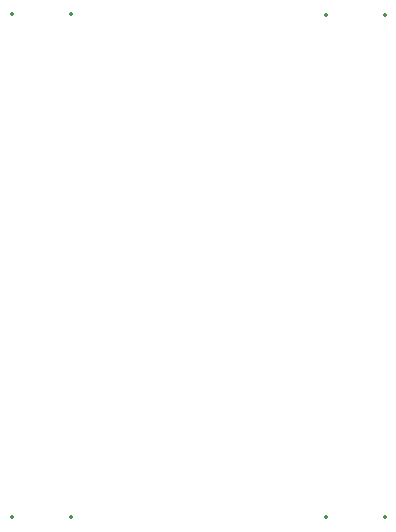
<source format=gbo>
%TF.GenerationSoftware,KiCad,Pcbnew,9.0.0-1.fc41*%
%TF.CreationDate,2025-02-24T21:26:29+02:00*%
%TF.ProjectId,LGS5145 Voltage Regulator,4c475335-3134-4352-9056-6f6c74616765,rev?*%
%TF.SameCoordinates,Original*%
%TF.FileFunction,Legend,Bot*%
%TF.FilePolarity,Positive*%
%FSLAX46Y46*%
G04 Gerber Fmt 4.6, Leading zero omitted, Abs format (unit mm)*
G04 Created by KiCad (PCBNEW 9.0.0-1.fc41) date 2025-02-24 21:26:29*
%MOMM*%
%LPD*%
G01*
G04 APERTURE LIST*
%ADD10C,0.350000*%
G04 APERTURE END LIST*
D10*
X209600000Y-90600000D03*
X214600000Y-90600000D03*
X214600000Y-48050000D03*
X209600000Y-48050000D03*
X188000000Y-48000000D03*
X183000000Y-48000000D03*
X183000000Y-90550000D03*
X188000000Y-90550000D03*
M02*

</source>
